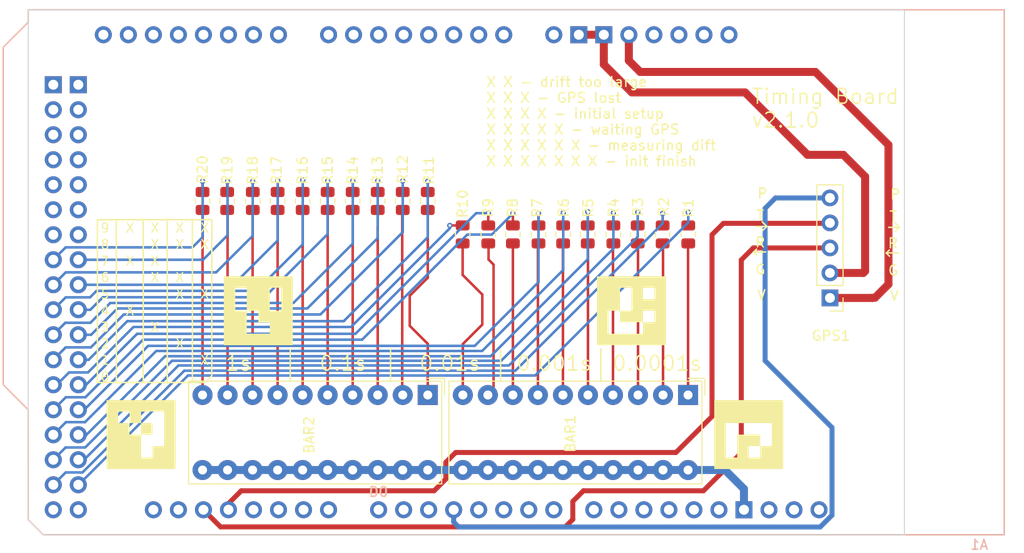
<source format=kicad_pcb>
(kicad_pcb (version 20240108) (generator "pcbnew") (generator_version "8.0")
  (title_block (title "Timing Board") (date "2024-01-27") (rev "2.1.0"))
  (layers (0 "F.Cu" signal) (31 "B.Cu" signal) (34 "B.Paste" user) (35 "F.Paste" user) (36 "B.SilkS" user "B.Silkscreen") (37 "F.SilkS" user "F.Silkscreen") (38 "B.Mask" user) (39 "F.Mask" user) (44 "Edge.Cuts" user))
  (net 0 "")
  (net 2 "VCC")
  (net 23 "Net-(GPS1-Pin_5)")
  (net 38 "Net-(A1-D18{slash}TX1)")
  (net 39 "Net-(A1-D19{slash}RX1)")
  (net 42 "Net-(A1-PadD22)")
  (net 43 "Net-(A1-PadD23)")
  (net 44 "Net-(A1-PadD24)")
  (net 45 "Net-(A1-PadD25)")
  (net 46 "Net-(A1-PadD26)")
  (net 47 "Net-(A1-PadD27)")
  (net 48 "Net-(A1-PadD28)")
  (net 49 "Net-(A1-PadD29)")
  (net 50 "Net-(A1-PadD30)")
  (net 51 "Net-(A1-PadD31)")
  (net 52 "Net-(A1-PadD32)")
  (net 53 "Net-(A1-PadD33)")
  (net 54 "Net-(A1-PadD34)")
  (net 55 "Net-(A1-PadD35)")
  (net 56 "Net-(A1-PadD36)")
  (net 57 "Net-(A1-PadD37)")
  (net 58 "Net-(A1-PadD38)")
  (net 59 "Net-(A1-PadD39)")
  (net 60 "Net-(A1-PadD40)")
  (net 61 "Net-(A1-PadD41)")
  (net 76 "GND")
  (net 82 "Net-(BAR1-A-Pad1)")
  (net 83 "Net-(BAR1-A-Pad2)")
  (net 84 "Net-(BAR1-A-Pad3)")
  (net 85 "Net-(BAR1-A-Pad4)")
  (net 86 "Net-(BAR1-A-Pad5)")
  (net 87 "Net-(BAR1-A-Pad6)")
  (net 88 "Net-(BAR1-A-Pad7)")
  (net 89 "Net-(BAR1-A-Pad8)")
  (net 90 "Net-(BAR1-A-Pad9)")
  (net 91 "Net-(BAR1-A-Pad10)")
  (net 92 "Net-(BAR2-A-Pad1)")
  (net 93 "Net-(BAR2-A-Pad2)")
  (net 94 "Net-(BAR2-A-Pad3)")
  (net 95 "Net-(BAR2-A-Pad4)")
  (net 96 "Net-(BAR2-A-Pad5)")
  (net 97 "Net-(BAR2-A-Pad6)")
  (net 98 "Net-(BAR2-A-Pad7)")
  (net 99 "Net-(BAR2-A-Pad8)")
  (net 100 "Net-(BAR2-A-Pad9)")
  (net 101 "Net-(BAR2-A-Pad10)")
  (net 102 "Net-(GPS1-Pin_2)")
  (footprint "Resistor_SMD:R_0805_2012Metric" (layer "F.Cu") (at 153.58 81.6475 -90)
    (property "Reference" "R5")
    (property "Value" "R")
  )
  (footprint "Resistor_SMD:R_0805_2012Metric" (layer "F.Cu") (at 143.48 81.6475 -90)
    (property "Reference" "R9")
    (property "Value" "R")
  )
  (footprint "Resistor_SMD:R_0805_2012Metric" (layer "F.Cu") (at 156.18 81.6475 -90)
    (property "Reference" "R4")
    (property "Value" "R")
  )
  (footprint "Connector_PinHeader_2.54mm:PinHeader_1x05_P2.54mm_Vertical" (layer "F.Cu") (at 178.16 88.1 180)
    (property "Reference" "GPS1")
    (property "Value" "Screw_Terminal_01x05")
  )
  (footprint "Resistor_SMD:R_0805_2012Metric" (layer "F.Cu") (at 134.8 78.2475 -90)
    (property "Reference" "R12")
    (property "Value" "R")
  )
  (footprint "PCM_arduino-library:Arduino_Due_Shield" (layer "F.Cu") (at 195.85 58.82 180)
    (property "Reference" "A1")
    (property "Value" "Arduino_Due_Shield")
  )
  (footprint "Resistor_SMD:R_0805_2012Metric" (layer "F.Cu") (at 116.98 78.2475 -90)
    (property "Reference" "R19")
    (property "Value" "R")
  )
  (footprint "Resistor_SMD:R_0805_2012Metric" (layer "F.Cu") (at 158.65 81.6475 -90)
    (property "Reference" "R3")
    (property "Value" "R")
  )
  (footprint "Aruco_Library:aruco4x4-4" (layer "F.Cu") (at 158.02 89.4)
    (property "Reference" "REF**" (hide yes))
    (property "Value" "aruco4x4-4")
  )
  (footprint "Resistor_SMD:R_0805_2012Metric" (layer "F.Cu") (at 119.58 78.2475 -90)
    (property "Reference" "R18")
    (property "Value" "R")
  )
  (footprint "Resistor_SMD:R_0805_2012Metric" (layer "F.Cu") (at 151.08 81.6475 -90)
    (property "Reference" "R6")
    (property "Value" "R")
  )
  (footprint "Aruco_Library:aruco4x4-3" (layer "F.Cu") (at 120.14 89.4)
    (property "Reference" "REF**" (hide yes))
    (property "Value" "aruco4x4-3")
  )
  (footprint "Resistor_SMD:R_0805_2012Metric" (layer "F.Cu") (at 122.1 78.2475 -90)
    (property "Reference" "R17")
    (property "Value" "R")
  )
  (footprint "Resistor_SMD:R_0805_2012Metric" (layer "F.Cu") (at 148.58 81.6475 -90)
    (property "Reference" "R7")
    (property "Value" "R")
  )
  (footprint "Resistor_SMD:R_0805_2012Metric" (layer "F.Cu") (at 132.26 78.2475 -90)
    (property "Reference" "R13")
    (property "Value" "R")
  )
  (footprint "Resistor_SMD:R_0805_2012Metric" (layer "F.Cu") (at 163.78 81.6475 -90)
    (property "Reference" "R1")
    (property "Value" "R")
  )
  (footprint "Resistor_SMD:R_0805_2012Metric" (layer "F.Cu") (at 140.88 81.6475 -90)
    (property "Reference" "R10")
    (property "Value" "R")
  )
  (footprint "Resistor_SMD:R_0805_2012Metric" (layer "F.Cu") (at 129.72 78.2475 -90)
    (property "Reference" "R14")
    (property "Value" "R")
  )
  (footprint "Aruco_Library:aruco4x4-1" (layer "F.Cu") (at 169.92 101.98)
    (property "Reference" "REF**" (hide yes))
    (property "Value" "aruco4x4-1" (hide yes))
  )
  (footprint "Display:HDSP-4850" (layer "F.Cu") (at 137.34 97.96 -90)
    (property "Reference" "BAR2")
    (property "Value" "LTA-1000G")
  )
  (footprint "Aruco_Library:aruco4x4-0" (layer "F.Cu") (at 108.24 101.98)
    (property "Reference" "REF**" (hide yes))
    (property "Value" "aruco4x4-0" (hide yes))
  )
  (footprint "MountingHole:MountingHole_3.2mm_M3" (layer "F.Cu") (at 139.192 89.4)
    (property "Reference" "REF**" (hide yes))
    (property "Value" "MountingHole_3.2mm_M3")
  )
  (footprint "Resistor_SMD:R_0805_2012Metric" (layer "F.Cu") (at 114.48 78.2475 -90)
    (property "Reference" "R20")
    (property "Value" "R")
  )
  (footprint "Resistor_SMD:R_0805_2012Metric" (layer "F.Cu") (at 137.34 78.2475 -90)
    (property "Reference" "R11")
    (property "Value" "R")
  )
  (footprint "Resistor_SMD:R_0805_2012Metric" (layer "F.Cu") (at 124.64 78.2475 -90)
    (property "Reference" "R16")
    (property "Value" "R")
  )
  (footprint "Resistor_SMD:R_0805_2012Metric" (layer "F.Cu") (at 127.18 78.2475 -90)
    (property "Reference" "R15")
    (property "Value" "R")
  )
  (footprint "Resistor_SMD:R_0805_2012Metric" (layer "F.Cu") (at 145.98 81.6475 -90)
    (property "Reference" "R8")
    (property "Value" "R")
  )
  (footprint "Resistor_SMD:R_0805_2012Metric" (layer "F.Cu") (at 161.18 81.6475 -90)
    (property "Reference" "R2")
    (property "Value" "R")
  )
  (footprint "Display:HDSP-4850" (layer "F.Cu") (at 163.76 97.96 -90)
    (property "Reference" "BAR1")
    (property "Value" "LTA-1000G")
  )
  (gr_line (start 171.613 80.837) (end 170.633 80.837) (stroke (width 0.15)) (layer "F.SilkS"))
  (gr_line (start 185.25 80.935) (end 184.77 80.455) (stroke (width 0.15)) (layer "F.SilkS"))
  (gr_line (start 185.215 80.935) (end 184.805 81.345) (stroke (width 0.15)) (layer "F.SilkS"))
  (gr_line (start 108.46 80.09) (end 108.46 96.58) (stroke (width 0.15)) (layer "F.SilkS"))
  (gr_poly (pts (xy 115.42 80.15) (xy 115.42 96) (xy 114.73 96.69) (xy 103.81 96.69) (xy 103.81 80.15)) (stroke (width 0.15)) (fill none) (layer "F.SilkS"))
  (gr_line (start 170.408 83.442) (end 170.708 83.142) (stroke (width 0.15)) (layer "F.SilkS"))
  (gr_line (start 171.638 83.432) (end 170.568 83.432) (stroke (width 0.15)) (layer "F.SilkS"))
  (gr_line (start 154.91 96.58) (end 154.91 93.28) (stroke (width 0.15)) (layer "F.SilkS"))
  (gr_line (start 185.095 80.925) (end 184.115 80.925) (stroke (width 0.15)) (layer "F.SilkS"))
  (gr_line (start 123.38 96.58) (end 123.38 93.28) (stroke (width 0.15)) (layer "F.SilkS"))
  (gr_line (start 183.89 83.53) (end 184.19 83.23) (stroke (width 0.15)) (layer "F.SilkS"))
  (gr_line (start 171.768 80.847) (end 171.288 80.367) (stroke (width 0.15)) (layer "F.SilkS"))
  (gr_line (start 170.388 83.442) (end 170.728 83.782) (stroke (width 0.15)) (layer "F.SilkS"))
  (gr_line (start 105.73 80.21) (end 105.73 96.69) (stroke (width 0.15)) (layer "F.SilkS"))
  (gr_line (start 133.56 96.58) (end 133.56 93.28) (stroke (width 0.15)) (layer "F.SilkS"))
  (gr_line (start 185.12 83.52) (end 184.05 83.52) (stroke (width 0.15)) (layer "F.SilkS"))
  (gr_line (start 144.73 96.58) (end 144.73 93.28) (stroke (width 0.15)) (layer "F.SilkS"))
  (gr_line (start 183.87 83.53) (end 184.21 83.87) (stroke (width 0.15)) (layer "F.SilkS"))
  (gr_line (start 110.9 80.09) (end 110.9 96.75) (stroke (width 0.15)) (layer "F.SilkS"))
  (gr_line (start 171.733 80.847) (end 171.323 81.257) (stroke (width 0.15)) (layer "F.SilkS"))
  (gr_line (start 113.45 80.09) (end 113.45 96.55) (stroke (width 0.15)) (layer "F.SilkS"))
  (gr_poly (pts (xy 185.72 112.16) (xy 185.71 112.17) (xy 98.32 112.17) (xy 96.78 110.63) (xy 96.79 60.08) (xy 96.79 58.85) (xy 96.78 58.84) (xy 185.72 58.84)) (stroke (width 0.1)) (fill none) (layer "Edge.Cuts"))
  (gr_text "0.0001s" (at 155.98 95.62 0) (layer "F.SilkS") (effects (font (size 1.5 1.5)) (justify left bottom)))
  (gr_text "T" (at 184.099048 80.395 0) (layer "F.SilkS") (effects (font (size 1 1)) (justify left bottom)))
  (gr_text "T" (at 170.617048 80.307 0) (layer "F.SilkS") (effects (font (size 1 1)) (justify left bottom)))
  (gr_text "1s" (at 116.7 95.62 0) (layer "F.SilkS") (effects (font (size 1.5 1.5)) (justify left bottom)))
  (gr_text "P" (at 184.19 78.16 0) (layer "F.SilkS") (effects (font (size 1 1)) (justify left bottom)))
  (gr_text "R" (at 183.96 83.13 0) (layer "F.SilkS") (effects (font (size 1 1)) (justify left bottom)))
  (gr_text "G" (at 183.98 85.89 0) (layer "F.SilkS") (effects (font (size 1 1)) (justify left bottom)))
  (gr_text "V" (at 170.688 88.392 0) (layer "F.SilkS") (effects (font (size 1 1)) (justify left bottom)))
  (gr_text "9  X  X  X  X\n8     X  X  X\n7  X  X\n6     X  X\n5        X  X\n4  X\n3     X\n2        X\n1           X\n0" (at 104.16 96.75 0) (layer "F.SilkS") (effects (font (size 1 1) (thickness 0.125)) (justify left bottom)))
  (gr_text "Timing Board\nv2.1.0" (at 170.13 70.92 0) (layer "F.SilkS") (effects (font (size 1.5 1.5)) (justify left bottom)))
  (gr_text "X X - drift too large\nX X X - GPS lost\nX X X X - initial setup\nX X X X X - waiting GPS\nX X X X X X - measuring dift\nX X X X X X X - init finish" (at 143.2 74.79 0) (layer "F.SilkS") (effects (font (size 1 1)) (justify left bottom)))
  (gr_text "V" (at 184.17 88.48 0) (layer "F.SilkS") (effects (font (size 1 1)) (justify left bottom)))
  (gr_text "0.001s" (at 146.25 95.62 0) (layer "F.SilkS") (effects (font (size 1.5 1.5)) (justify left bottom)))
  (gr_text "R" (at 170.478 83.042 0) (layer "F.SilkS") (effects (font (size 1 1)) (justify left bottom)))
  (gr_text "P" (at 170.708 78.072 0) (layer "F.SilkS") (effects (font (size 1 1)) (justify left bottom)))
  (gr_text "G" (at 170.498 85.802 0) (layer "F.SilkS") (effects (font (size 1 1)) (justify left bottom)))
  (gr_text "0.1s" (at 126.25 95.62 0) (layer "F.SilkS") (effects (font (size 1.5 1.5)) (justify left bottom)))
  (gr_text "0.01s" (at 136.38 95.62 0) (layer "F.SilkS") (effects (font (size 1.5 1.5)) (justify left bottom)))
  (segment (start 182.73 88.08) (end 182.49 88.08) (width 0.8128) (layer "F.Cu") (net 2))
  (segment (start 157.75 63.99) (end 158.9 65.14) (width 0.8128) (layer "F.Cu") (net 2))
  (segment (start 158.9 65.14) (end 176.69 65.14) (width 0.8128) (layer "F.Cu") (net 2))
  (segment (start 157.75 61.36) (end 157.75 63.99) (width 0.8128) (layer "F.Cu") (net 2))
  (segment (start 184.1 72.55) (end 184.1 86.71) (width 0.8128) (layer "F.Cu") (net 2))
  (segment (start 182.47 88.1) (end 178.16 88.1) (width 0.8128) (layer "F.Cu") (net 2))
  (segment (start 182.49 88.08) (end 182.47 88.1) (width 0.8128) (layer "F.Cu") (net 2))
  (segment (start 176.69 65.14) (end 184.1 72.55) (width 0.8128) (layer "F.Cu") (net 2))
  (segment (start 184.1 86.71) (end 182.73 88.08) (width 0.8128) (layer "F.Cu") (net 2))
  (segment (start 178.3716 110.165768) (end 178.3716 101.2716) (width 0.508) (layer "B.Cu") (net 23))
  (segment (start 171.58 94.48) (end 171.58 78.991) (width 0.508) (layer "B.Cu") (net 23))
  (segment (start 139.97 110.86) (end 140.48 111.37) (width 0.508) (layer "B.Cu") (net 23))
  (segment (start 178.3716 101.2716) (end 171.58 94.48) (width 0.508) (layer "B.Cu") (net 23))
  (segment (start 171.58 78.991) (end 172.631 77.94) (width 0.508) (layer "B.Cu") (net 23))
  (segment (start 140.48 111.37) (end 177.167368 111.37) (width 0.508) (layer "B.Cu") (net 23))
  (segment (start 139.97 109.62) (end 139.97 110.86) (width 0.508) (layer "B.Cu") (net 23))
  (segment (start 177.167368 111.37) (end 178.3716 110.165768) (width 0.508) (layer "B.Cu") (net 23))
  (segment (start 172.631 77.94) (end 178.16 77.94) (width 0.508) (layer "B.Cu") (net 23))
  (segment (start 178.122 80.518) (end 178.16 80.48) (width 0.508) (layer "F.Cu") (net 38))
  (segment (start 166.19 100.14) (end 166.19 81.68) (width 0.508) (layer "F.Cu") (net 38))
  (segment (start 139.17 106.506536) (end 139.17 104.8) (width 0.508) (layer "F.Cu") (net 38))
  (segment (start 140.17 103.8) (end 162.53 103.8) (width 0.508) (layer "F.Cu") (net 38))
  (segment (start 167.352 80.518) (end 178.122 80.518) (width 0.508) (layer "F.Cu") (net 38))
  (segment (start 162.53 103.8) (end 166.19 100.14) (width 0.508) (layer "F.Cu") (net 38))
  (segment (start 166.19 81.68) (end 167.352 80.518) (width 0.508) (layer "F.Cu") (net 38))
  (segment (start 137.986536 107.69) (end 139.17 106.506536) (width 0.508) (layer "F.Cu") (net 38))
  (segment (start 117.11 109.62) (end 117.11 108.99) (width 0.508) (layer "F.Cu") (net 38))
  (segment (start 117.11 108.99) (end 118.41 107.69) (width 0.508) (layer "F.Cu") (net 38))
  (segment (start 139.17 104.8) (end 140.17 103.8) (width 0.508) (layer "F.Cu") (net 38))
  (segment (start 118.41 107.69) (end 137.986536 107.69) (width 0.508) (layer "F.Cu") (net 38))
  (segment (start 165.32 107.69) (end 169.164 103.846) (width 0.508) (layer "F.Cu") (net 39))
  (segment (start 169.164 103.846) (end 169.164 84.236) (width 0.508) (layer "F.Cu") (net 39))
  (segment (start 169.164 84.236) (end 170.38 83.02) (width 0.508) (layer "F.Cu") (net 39))
  (segment (start 170.38 83.02) (end 178.16 83.02) (width 0.508) (layer "F.Cu") (net 39))
  (segment (start 152.06 108.77) (end 153.14 107.69) (width 0.508) (layer "F.Cu") (net 39))
  (segment (start 114.57 109.62) (end 116.31 111.36) (width 0.508) (layer "F.Cu") (net 39))
  (segment (start 153.14 107.69) (end 165.32 107.69) (width 0.508) (layer "F.Cu") (net 39))
  (segment (start 152.06 110.6) (end 152.06 108.77) (width 0.508) (layer "F.Cu") (net 39))
  (segment (start 151.3 111.36) (end 152.06 110.6) (width 0.508) (layer "F.Cu") (net 39))
  (segment (start 116.31 111.36) (end 151.3 111.36) (width 0.508) (layer "F.Cu") (net 39))
  (segment (start 163.78 79.4) (end 163.78 80.735) (width 0.254) (layer "F.Cu") (net 42))
  (via (at 163.78 79.4) (size 0.5334) (drill 0.254) (layers "F.Cu" "B.Cu") (net 42))
  (segment (start 163.78 79.4) (end 163.78 80.44) (width 0.254) (layer "B.Cu") (net 42))
  (segment (start 163.78 80.44) (end 148.24 95.98) (width 0.254) (layer "B.Cu") (net 42))
  (segment (start 101.9 107.08) (end 101.87 107.08) (width 0.254) (layer "B.Cu") (net 42))
  (segment (start 148.24 95.98) (end 113 95.98) (width 0.254) (layer "B.Cu") (net 42))
  (segment (start 113 95.98) (end 101.9 107.08) (width 0.254) (layer "B.Cu") (net 42))
  (segment (start 161.18 79.52) (end 161.18 80.735) (width 0.254) (layer "F.Cu") (net 43))
  (via (at 161.18 79.52) (size 0.5334) (drill 0.254) (layers "F.Cu" "B.Cu") (net 43))
  (segment (start 100.58 105.83) (end 99.33 107.08) (width 0.254) (layer "B.Cu") (net 43))
  (segment (start 161.18 80.54) (end 146.23 95.49) (width 0.254) (layer "B.Cu") (net 43))
  (segment (start 161.18 79.52) (end 161.18 80.54) (width 0.254) (layer "B.Cu") (net 43))
  (segment (start 146.23 95.49) (end 112.63 95.49) (width 0.254) (layer "B.Cu") (net 43))
  (segment (start 102.29 105.83) (end 100.58 105.83) (width 0.254) (layer "B.Cu") (net 43))
  (segment (start 112.63 95.49) (end 102.29 105.83) (width 0.254) (layer "B.Cu") (net 43))
  (segment (start 158.65 79.4) (end 158.65 80.735) (width 0.254) (layer "F.Cu") (net 44))
  (via (at 158.65 79.4) (size 0.5334) (drill 0.254) (layers "F.Cu" "B.Cu") (net 44))
  (segment (start 158.65 79.4) (end 158.65 81.888) (width 0.254) (layer "B.Cu") (net 44))
  (segment (start 112.03 94.96) (end 102.45 104.54) (width 0.254) (layer "B.Cu") (net 44))
  (segment (start 145.578 94.96) (end 112.03 94.96) (width 0.254) (layer "B.Cu") (net 44))
  (segment (start 102.45 104.54) (end 101.87 104.54) (width 0.254) (layer "B.Cu") (net 44))
  (segment (start 158.65 81.888) (end 145.578 94.96) (width 0.254) (layer "B.Cu") (net 44))
  (segment (start 156.18 79.46) (end 156.18 80.735) (width 0.254) (layer "F.Cu") (net 45))
  (via (at 156.18 79.46) (size 0.5334) (drill 0.254) (layers "F.Cu" "B.Cu") (net 45))
  (segment (start 102.57 103.29) (end 100.58 103.29) (width 0.254) (layer "B.Cu") (net 45))
  (segment (start 144.7905 94.48) (end 111.38 94.48) (width 0.254) (layer "B.Cu") (net 45))
  (segment (start 111.38 94.48) (end 102.57 103.29) (width 0.254) (layer "B.Cu") (net 45))
  (segment (start 156.18 79.46) (end 156.18 83.0905) (width 0.254) (layer "B.Cu") (net 45))
  (segment (start 156.18 83.0905) (end 144.7905 94.48) (width 0.254) (layer "B.Cu") (net 45))
  (segment (start 100.58 103.29) (end 99.33 104.54) (width 0.254) (layer "B.Cu") (net 45))
  (segment (start 153.58 79.35) (end 153.58 80.735) (width 0.254) (layer "F.Cu") (net 46))
  (via (at 153.58 79.35) (size 0.5334) (drill 0.254) (layers "F.Cu" "B.Cu") (net 46))
  (segment (start 110.68 94.02) (end 102.7 102) (width 0.254) (layer "B.Cu") (net 46))
  (segment (start 143.724 94.02) (end 110.68 94.02) (width 0.254) (layer "B.Cu") (net 46))
  (segment (start 102.7 102) (end 101.87 102) (width 0.254) (layer "B.Cu") (net 46))
  (segment (start 153.58 79.35) (end 153.58 84.164) (width 0.254) (layer "B.Cu") (net 46))
  (segment (start 153.58 84.164) (end 143.724 94.02) (width 0.254) (layer "B.Cu") (net 46))
  (segment (start 151.08 80.13) (end 151.08 80.735) (width 0.254) (layer "F.Cu") (net 47))
  (segment (start 151.09 80.12) (end 151.08 80.13) (width 0.254) (layer "F.Cu") (net 47))
  (segment (start 151.09 79.46) (end 151.09 80.12) (width 0.254) (layer "F.Cu") (net 47))
  (via (at 151.09 79.46) (size 0.5334) (drill 0.254) (layers "F.Cu" "B.Cu") (net 47))
  (segment (start 109.78 93.49) (end 102.55 100.72) (width 0.254) (layer "B.Cu") (net 47))
  (segment (start 142.857 93.49) (end 109.78 93.49) (width 0.254) (layer "B.Cu") (net 47))
  (segment (start 151.09 79.46) (end 151.09 85.257) (width 0.254) (layer "B.Cu") (net 47))
  (segment (start 100.61 100.72) (end 99.33 102) (width 0.254) (layer "B.Cu") (net 47))
  (segment (start 151.09 85.257) (end 142.857 93.49) (width 0.254) (layer "B.Cu") (net 47))
  (segment (start 102.55 100.72) (end 100.61 100.72) (width 0.254) (layer "B.Cu") (net 47))
  (segment (start 148.58 79.52) (end 148.58 80.735) (width 0.254) (layer "F.Cu") (net 48))
  (via (at 148.58 79.52) (size 0.5334) (drill 0.254) (layers "F.Cu" "B.Cu") (net 48))
  (segment (start 148.58 79.52) (end 148.58 86.497) (width 0.254) (layer "B.Cu") (net 48))
  (segment (start 148.58 86.497) (end 142.113 92.964) (width 0.254) (layer "B.Cu") (net 48))
  (segment (start 102.47 99.46) (end 101.87 99.46) (width 0.254) (layer "B.Cu") (net 48))
  (segment (start 142.113 92.964) (end 108.966 92.964) (width 0.254) (layer "B.Cu") (net 48))
  (segment (start 108.966 92.964) (end 102.47 99.46) (width 0.254) (layer "B.Cu") (net 48))
  (segment (start 145.98 79.52) (end 145.98 80.735) (width 0.254) (layer "F.Cu") (net 49))
  (via (at 145.98 79.52) (size 0.5334) (drill 0.254) (layers "F.Cu" "B.Cu") (net 49))
  (segment (start 141.351 81.661) (end 130.672 92.34) (width 0.254) (layer "B.Cu") (net 49))
  (segment (start 102.59 98.19) (end 100.6 98.19) (width 0.254) (layer "B.Cu") (net 49))
  (segment (start 143.839 81.661) (end 141.351 81.661) (width 0.254) (layer "B.Cu") (net 49))
  (segment (start 100.6 98.19) (end 99.33 99.46) (width 0.254) (layer "B.Cu") (net 49))
  (segment (start 130.672 92.34) (end 108.44 92.34) (width 0.254) (layer "B.Cu") (net 49))
  (segment (start 108.44 92.34) (end 102.59 98.19) (width 0.254) (layer "B.Cu") (net 49))
  (segment (start 145.98 79.52) (end 143.839 81.661) (width 0.254) (layer "B.Cu") (net 49))
  (segment (start 143.5 79.49) (end 143.48 79.51) (width 0.254) (layer "F.Cu") (net 50))
  (segment (start 143.48 79.51) (end 143.48 80.735) (width 0.254) (layer "F.Cu") (net 50))
  (via (at 143.5 79.49) (size 0.5334) (drill 0.254) (layers "F.Cu" "B.Cu") (net 50))
  (segment (start 107.84 91.74) (end 102.66 96.92) (width 0.254) (layer "B.Cu") (net 50))
  (segment (start 142.252 79.49) (end 130.002 91.74) (width 0.254) (layer "B.Cu") (net 50))
  (segment (start 102.66 96.92) (end 101.87 96.92) (width 0.254) (layer "B.Cu") (net 50))
  (segment (start 143.5 79.49) (end 142.252 79.49) (width 0.254) (layer "B.Cu") (net 50))
  (segment (start 130.002 91.74) (end 107.84 91.74) (width 0.254) (layer "B.Cu") (net 50))
  (segment (start 139.58 80.74) (end 139.585 80.735) (width 0.254) (layer "F.Cu") (net 51))
  (segment (start 139.585 80.735) (end 140.88 80.735) (width 0.254) (layer "F.Cu") (net 51))
  (via (at 139.58 80.74) (size 0.5334) (drill 0.254) (layers "F.Cu" "B.Cu") (net 51))
  (segment (start 139.58 80.74) (end 139.58 81.019) (width 0.254) (layer "B.Cu") (net 51))
  (segment (start 139.58 81.019) (end 129.549 91.05) (width 0.254) (layer "B.Cu") (net 51))
  (segment (start 102.85 95.67) (end 100.93 95.67) (width 0.254) (layer "B.Cu") (net 51))
  (segment (start 99.68 96.92) (end 99.33 96.92) (width 0.254) (layer "B.Cu") (net 51))
  (segment (start 100.93 95.67) (end 99.68 96.92) (width 0.254) (layer "B.Cu") (net 51))
  (segment (start 129.549 91.05) (end 107.47 91.05) (width 0.254) (layer "B.Cu") (net 51))
  (segment (start 107.47 91.05) (end 102.85 95.67) (width 0.254) (layer "B.Cu") (net 51))
  (segment (start 137.34 76.25) (end 137.34 77.335) (width 0.254) (layer "F.Cu") (net 52))
  (via (at 137.34 76.25) (size 0.5334) (drill 0.254) (layers "F.Cu" "B.Cu") (net 52))
  (segment (start 102.92 94.38) (end 101.87 94.38) (width 0.254) (layer "B.Cu") (net 52))
  (segment (start 128.81 90.46) (end 106.84 90.46) (width 0.254) (layer "B.Cu") (net 52))
  (segment (start 137.34 81.93) (end 128.81 90.46) (width 0.254) (layer "B.Cu") (net 52))
  (segment (start 137.34 76.25) (end 137.34 81.93) (width 0.254) (layer "B.Cu") (net 52))
  (segment (start 106.84 90.46) (end 102.92 94.38) (width 0.254) (layer "B.Cu") (net 52))
  (segment (start 134.8 76.21) (end 134.8 77.335) (width 0.254) (layer "F.Cu") (net 53))
  (via (at 134.8 76.21) (size 0.5334) (drill 0.254) (layers "F.Cu" "B.Cu") (net 53))
  (segment (start 106.485 89.78) (end 103.145 93.12) (width 0.254) (layer "B.Cu") (net 53))
  (segment (start 126.44 89.78) (end 106.485 89.78) (width 0.254) (layer "B.Cu") (net 53))
  (segment (start 134.8 81.42) (end 126.44 89.78) (width 0.254) (layer "B.Cu") (net 53))
  (segment (start 103.145 93.12) (end 100.59 93.12) (width 0.254) (layer "B.Cu") (net 53))
  (segment (start 100.59 93.12) (end 99.33 94.38) (width 0.254) (layer "B.Cu") (net 53))
  (segment (start 134.8 76.21) (end 134.8 81.42) (width 0.254) (layer "B.Cu") (net 53))
  (segment (start 132.26 76.21) (end 132.26 77.335) (width 0.254) (layer "F.Cu") (net 54))
  (via (at 132.26 76.21) (size 0.5334) (drill 0.254) (layers "F.Cu" "B.Cu") (net 54))
  (segment (start 125.11 89.17) (end 105.84 89.17) (width 0.254) (layer "B.Cu") (net 54))
  (segment (start 105.84 89.17) (end 103.17 91.84) (width 0.254) (layer "B.Cu") (net 54))
  (segment (start 132.26 76.21) (end 132.26 82.02) (width 0.254) (layer "B.Cu") (net 54))
  (segment (start 103.17 91.84) (end 101.87 91.84) (width 0.254) (layer "B.Cu") (net 54))
  (segment (start 132.26 82.02) (end 125.11 89.17) (width 0.254) (layer "B.Cu") (net 54))
  (segment (start 129.73 77.325) (end 129.72 77.335) (width 0.254) (layer "F.Cu") (net 55))
  (segment (start 129.73 76.21) (end 129.73 77.325) (width 0.254) (layer "F.Cu") (net 55))
  (via (at 129.73 76.21) (size 0.5334) (drill 0.254) (layers "F.Cu" "B.Cu") (net 55))
  (segment (start 123.7 88.61) (end 105.11 88.61) (width 0.254) (layer "B.Cu") (net 55))
  (segment (start 105.11 88.61) (end 103.1 90.62) (width 0.254) (layer "B.Cu") (net 55))
  (segment (start 103.1 90.62) (end 100.55 90.62) (width 0.254) (layer "B.Cu") (net 55))
  (segment (start 129.73 82.58) (end 123.7 88.61) (width 0.254) (layer "B.Cu") (net 55))
  (segment (start 100.55 90.62) (end 99.33 91.84) (width 0.254) (layer "B.Cu") (net 55))
  (segment (start 129.73 76.21) (end 129.73 82.58) (width 0.254) (layer "B.Cu") (net 55))
  (segment (start 127.18 76.23) (end 127.18 77.335) (width 0.254) (layer "F.Cu") (net 56))
  (via (at 127.18 76.23) (size 0.5334) (drill 0.254) (layers "F.Cu" "B.Cu") (net 56))
  (segment (start 127.18 76.23) (end 127.18 81.61) (width 0.254) (layer "B.Cu") (net 56))
  (segment (start 120.76 88.03) (end 104.36 88.03) (width 0.254) (layer "B.Cu") (net 56))
  (segment (start 103.09 89.3) (end 101.87 89.3) (width 0.254) (layer "B.Cu") (net 56))
  (segment (start 104.36 88.03) (end 103.09 89.3) (width 0.254) (layer "B.Cu") (net 56))
  (segment (start 127.18 81.61) (end 120.76 88.03) (width 0.254) (layer "B.Cu") (net 56))
  (segment (start 124.65 77.325) (end 124.64 77.335) (width 0.254) (layer "F.Cu") (net 57))
  (segment (start 124.65 76.13) (end 124.65 77.325) (width 0.254) (layer "F.Cu") (net 57))
  (via (at 124.65 76.13) (size 0.5334) (drill 0.254) (layers "F.Cu" "B.Cu") (net 57))
  (segment (start 124.65 82.66) (end 119.93 87.38) (width 0.254) (layer "B.Cu") (net 57))
  (segment (start 103.72 87.38) (end 103.06 88.04) (width 0.254) (layer "B.Cu") (net 57))
  (segment (start 103.06 88.04) (end 100.59 88.04) (width 0.254) (layer "B.Cu") (net 57))
  (segment (start 119.93 87.38) (end 103.72 87.38) (width 0.254) (layer "B.Cu") (net 57))
  (segment (start 100.59 88.04) (end 99.33 89.3) (width 0.254) (layer "B.Cu") (net 57))
  (segment (start 124.65 76.13) (end 124.65 82.66) (width 0.254) (layer "B.Cu") (net 57))
  (segment (start 122.11 77.325) (end 122.1 77.335) (width 0.254) (layer "F.Cu") (net 58))
  (segment (start 122.11 76.19) (end 122.11 77.325) (width 0.254) (layer "F.Cu") (net 58))
  (via (at 122.11 76.19) (size 0.5334) (drill 0.254) (layers "F.Cu" "B.Cu") (net 58))
  (segment (start 122.11 76.19) (end 122.11 82.26) (width 0.254) (layer "B.Cu") (net 58))
  (segment (start 122.11 82.26) (end 117.61 86.76) (width 0.254) (layer "B.Cu") (net 58))
  (segment (start 117.61 86.76) (end 101.87 86.76) (width 0.254) (layer "B.Cu") (net 58))
  (segment (start 119.57 76.26) (end 119.58 76.27) (width 0.254) (layer "F.Cu") (net 59))
  (segment (start 119.58 76.27) (end 119.58 77.335) (width 0.254) (layer "F.Cu") (net 59))
  (via (at 119.57 76.26) (size 0.5334) (drill 0.254) (layers "F.Cu" "B.Cu") (net 59))
  (segment (start 100.59 85.5) (end 99.33 86.76) (width 0.254) (layer "B.Cu") (net 59))
  (segment (start 119.57 81.79) (end 115.86 85.5) (width 0.254) (layer "B.Cu") (net 59))
  (segment (start 119.57 76.26) (end 119.57 81.79) (width 0.254) (layer "B.Cu") (net 59))
  (segment (start 115.86 85.5) (end 100.59 85.5) (width 0.254) (layer "B.Cu") (net 59))
  (segment (start 117.02 76.26) (end 116.98 76.3) (width 0.254) (layer "F.Cu") (net 60))
  (segment (start 116.98 76.3) (end 116.98 77.335) (width 0.254) (layer "F.Cu") (net 60))
  (via (at 117.02 76.26) (size 0.5334) (drill 0.254) (layers "F.Cu" "B.Cu") (net 60))
  (segment (start 117.02 81.73) (end 114.53 84.22) (width 0.254) (layer "B.Cu") (net 60))
  (segment (start 114.53 84.22) (end 101.87 84.22) (width 0.254) (layer "B.Cu") (net 60))
  (segment (start 117.02 76.26) (end 117.02 81.73) (width 0.254) (layer "B.Cu") (net 60))
  (segment (start 114.49 76.25) (end 114.48 76.26) (width 0.254) (layer "F.Cu") (net 61))
  (segment (start 114.48 76.26) (end 114.48 77.335) (width 0.254) (layer "F.Cu") (net 61))
  (via (at 114.49 76.25) (size 0.5334) (drill 0.254) (layers "F.Cu" "B.Cu") (net 61))
  (segment (start 100.59 82.96) (end 99.33 84.22) (width 0.254) (layer "B.Cu") (net 61))
  (segment (start 114.49 81.92) (end 113.45 82.96) (width 0.254) (layer "B.Cu") (net 61))
  (segment (start 114.49 76.25) (end 114.49 81.92) (width 0.254) (layer "B.Cu") (net 61))
  (segment (start 113.45 82.96) (end 100.59 82.96) (width 0.254) (layer "B.Cu") (net 61))
  (segment (start 143.44 105.58) (end 140.9 105.58) (width 0.8128) (layer "B.Cu") (net 76))
  (segment (start 127.18 105.58) (end 124.64 105.58) (width 0.8128) (layer "B.Cu") (net 76))
  (segment (start 119.56 105.58) (end 117.02 105.58) (width 0.8128) (layer "B.Cu") (net 76))
  (segment (start 134.8 105.58) (end 132.26 105.58) (width 0.8128) (layer "B.Cu") (net 76))
  (segment (start 148.52 105.58) (end 145.98 105.58) (width 0.8128) (layer "B.Cu") (net 76))
  (segment (start 169.434 107.504) (end 167.46 105.53) (width 0.8128) (layer "B.Cu") (net 76))
  (segment (start 163.76 105.58) (end 161.22 105.58) (width 0.8128) (layer "B.Cu") (net 76))
  (segment (start 145.98 105.58) (end 143.44 105.58) (width 0.8128) (layer "B.Cu") (net 76))
  (segment (start 132.26 105.58) (end 129.72 105.58) (width 0.8128) (layer "B.Cu") (net 76))
  (segment (start 117.02 105.58) (end 114.48 105.58) (width 0.8128) (layer "B.Cu") (net 76))
  (segment (start 137.34 105.58) (end 134.8 105.58) (width 0.8128) (layer "B.Cu") (net 76))
  (segment (start 129.72 105.58) (end 127.18 105.58) (width 0.8128) (layer "B.Cu") (net 76))
  (segment (start 161.22 105.58) (end 158.68 105.58) (width 0.8128) (layer "B.Cu") (net 76))
  (segment (start 167.41 105.58) (end 163.76 105.58) (width 0.8128) (layer "B.Cu") (net 76))
  (segment (start 122.1 105.58) (end 119.56 105.58) (width 0.8128) (layer "B.Cu") (net 76))
  (segment (start 151.06 105.58) (end 148.52 105.58) (width 0.8128) (layer "B.Cu") (net 76))
  (segment (start 167.46 105.53) (end 167.41 105.58) (width 0.8128) (layer "B.Cu") (net 76))
  (segment (start 156.14 105.58) (end 153.6 105.58) (width 0.8128) (layer "B.Cu") (net 76))
  (segment (start 158.68 105.58) (end 156.14 105.58) (width 0.8128) (layer "B.Cu") (net 76))
  (segment (start 153.6 105.58) (end 151.06 105.58) (width 0.8128) (layer "B.Cu") (net 76))
  (segment (start 124.64 105.58) (end 122.1 105.58) (width 0.8128) (layer "B.Cu") (net 76))
  (segment (start 140.9 105.58) (end 137.34 105.58) (width 0.8128) (layer "B.Cu") (net 76))
  (segment (start 169.434 109.62) (end 169.434 107.504) (width 0.8128) (layer "B.Cu") (net 76))
  (segment (start 163.76 97.96) (end 163.76 82.58) (width 0.254) (layer "F.Cu") (net 82))
  (segment (start 163.76 82.58) (end 163.78 82.56) (width 0.254) (layer "F.Cu") (net 82))
  (segment (start 161.22 82.6) (end 161.18 82.56) (width 0.254) (layer "F.Cu") (net 83))
  (segment (start 161.22 97.96) (end 161.22 82.6) (width 0.254) (layer "F.Cu") (net 83))
  (segment (start 158.68 97.96) (end 158.68 82.59) (width 0.254) (layer "F.Cu") (net 84))
  (segment (start 158.68 82.59) (end 158.65 82.56) (width 0.254) (layer "F.Cu") (net 84))
  (segment (start 156.14 82.6) (end 156.18 82.56) (width 0.254) (layer "F.Cu") (net 85))
  (segment (start 156.14 97.96) (end 156.14 82.6) (width 0.254) (layer "F.Cu") (net 85))
  (segment (start 153.6 82.58) (end 153.58 82.56) (width 0.254) (layer "F.Cu") (net 86))
  (segment (start 153.6 97.96) (end 153.6 82.58) (width 0.254) (layer "F.Cu") (net 86))
  (segment (start 151.06 97.96) (end 151.06 82.58) (width 0.254) (layer "F.Cu") (net 87))
  (segment (start 151.06 82.58) (end 151.08 82.56) (width 0.254) (layer "F.Cu") (net 87))
  (segment (start 148.52 97.96) (end 148.52 82.62) (width 0.254) (layer "F.Cu") (net 88))
  (segment (start 148.52 82.62) (end 148.58 82.56) (width 0.254) (layer "F.Cu") (net 88))
  (segment (start 145.98 97.96) (end 145.98 82.56) (width 0.254) (layer "F.Cu") (net 89))
  (segment (start 144.018 84.709) (end 143.51 84.201) (width 0.254) (layer "F.Cu") (net 90))
  (segment (start 144.018 97.382) (end 144.018 84.709) (width 0.254) (layer "F.Cu") (net 90))
  (segment (start 143.51 82.59) (end 143.48 82.56) (width 0.254) (layer "F.Cu") (net 90))
  (segment (start 143.51 84.201) (end 143.51 82.59) (width 0.254) (layer "F.Cu") (net 90))
  (segment (start 143.44 97.96) (end 144.018 97.382) (width 0.254) (layer "F.Cu") (net 90))
  (segment (start 142.875 87.757) (end 140.88 85.762) (width 0.254) (layer "F.Cu") (net 91))
  (segment (start 140.9 92.78) (end 142.875 90.805) (width 0.254) (layer "F.Cu") (net 91))
  (segment (start 140.88 85.762) (end 140.88 82.56) (width 0.254) (layer "F.Cu") (net 91))
  (segment (start 142.875 90.805) (end 142.875 87.757) (width 0.254) (layer "F.Cu") (net 91))
  (segment (start 140.9 97.96) (end 140.9 92.78) (width 0.254) (layer "F.Cu") (net 91))
  (segment (start 137.34 97.96) (end 137.34 92.763) (width 0.254) (layer "F.Cu") (net 92))
  (segment (start 135.509 90.932) (end 135.509 87.884) (width 0.254) (layer "F.Cu") (net 92))
  (segment (start 137.34 92.763) (end 135.509 90.932) (width 0.254) (layer "F.Cu") (net 92))
  (segment (start 137.34 86.053) (end 137.34 79.16) (width 0.254) (layer "F.Cu") (net 92))
  (segment (start 135.509 87.884) (end 137.34 86.053) (width 0.254) (layer "F.Cu") (net 92))
  (segment (start 134.747 97.907) (end 134.8 97.96) (width 0.254) (layer "F.Cu") (net 93))
  (segment (start 134.747 79.213) (end 134.747 97.907) (width 0.254) (layer "F.Cu") (net 93))
  (segment (start 134.8 79.16) (end 134.747 79.213) (width 0.254) (layer "F.Cu") (net 93))
  (segment (start 132.26 97.96) (end 132.26 81.97) (width 0.254) (layer "F.Cu") (net 94))
  (segment (start 132.25 80.98) (end 132.26 80.97) (width 0.254) (layer "F.Cu") (net 94))
  (segment (start 132.25 81.96) (end 132.25 80.98) (width 0.254) (layer "F.Cu") (net 94))
  (segment (start 132.26 81.97) (end 132.25 81.96) (width 0.254) (layer "F.Cu") (net 94))
  (segment (start 132.26 80.97) (end 132.26 79.16) (width 0.254) (layer "F.Cu") (net 94))
  (segment (start 129.72 97.96) (end 129.72 79.16) (width 0.254) (layer "F.Cu") (net 95))
  (segment (start 127.18 97.96) (end 127.18 79.16) (width 0.254) (layer "F.Cu") (net 96))
  (segment (start 124.64 97.96) (end 124.64 79.16) (width 0.254) (layer "F.Cu") (net 97))
  (segment (start 122.1 97.96) (end 122.1 79.16) (width 0.254) (layer "F.Cu") (net 98))
  (segment (start 119.56 79.18) (end 119.58 79.16) (width 0.254) (layer "F.Cu") (net 99))
  (segment (start 119.56 97.96) (end 119.56 79.18) (width 0.254) (layer "F.Cu") (net 99))
  (segment (start 117.02 79.2) (end 116.98 79.16) (width 0.254) (layer "F.Cu") (net 100))
  (segment (start 117.02 97.96) (end 117.02 79.2) (width 0.254) (layer "F.Cu") (net 100))
  (segment (start 114.48 97.96) (end 114.48 79.16) (width 0.254) (layer "F.Cu") (net 101))
  (segment (start 158.05 67.22) (end 169.55 67.22) (width 0.8128) (layer "F.Cu") (net 102))
  (segment (start 155.21 64.38) (end 158.05 67.22) (width 0.8128) (layer "F.Cu") (net 102))
  (segment (start 155.21 61.36) (end 152.67 61.36) (width 0.8128) (layer "F.Cu") (net 102))
  (segment (start 181.73 85.38) (end 181.55 85.56) (width 0.8128) (layer "F.Cu") (net 102))
  (segment (start 169.55 67.22) (end 175.89 73.56) (width 0.8128) (layer "F.Cu") (net 102))
  (segment (start 155.21 61.36) (end 155.21 64.38) (width 0.8128) (layer "F.Cu") (net 102))
  (segment (start 181.55 85.56) (end 178.16 85.56) (width 0.8128) (layer "F.Cu") (net 102))
  (segment (start 179.52 73.56) (end 181.73 75.77) (width 0.8128) (layer "F.Cu") (net 102))
  (segment (start 181.73 75.77) (end 181.73 85.38) (width 0.8128) (layer "F.Cu") (net 102))
  (segment (start 175.89 73.56) (end 179.52 73.56) (width 0.8128) (layer "F.Cu") (net 102))
)
</source>
